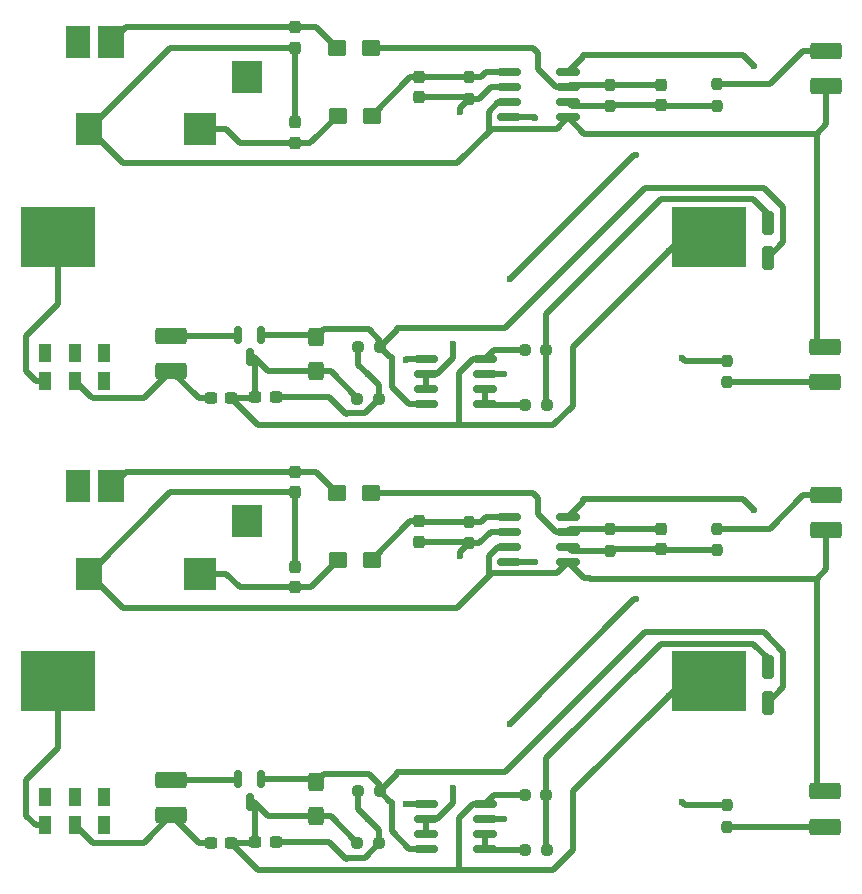
<source format=gbr>
%TF.GenerationSoftware,KiCad,Pcbnew,8.0.4*%
%TF.CreationDate,2024-08-24T22:44:35-07:00*%
%TF.ProjectId,SMDemfExplorerLEDvariationSingleCell_panelized,534d4465-6d66-4457-9870-6c6f7265724c,rev?*%
%TF.SameCoordinates,Original*%
%TF.FileFunction,Copper,L1,Top*%
%TF.FilePolarity,Positive*%
%FSLAX46Y46*%
G04 Gerber Fmt 4.6, Leading zero omitted, Abs format (unit mm)*
G04 Created by KiCad (PCBNEW 8.0.4) date 2024-08-24 22:44:35*
%MOMM*%
%LPD*%
G01*
G04 APERTURE LIST*
G04 Aperture macros list*
%AMRoundRect*
0 Rectangle with rounded corners*
0 $1 Rounding radius*
0 $2 $3 $4 $5 $6 $7 $8 $9 X,Y pos of 4 corners*
0 Add a 4 corners polygon primitive as box body*
4,1,4,$2,$3,$4,$5,$6,$7,$8,$9,$2,$3,0*
0 Add four circle primitives for the rounded corners*
1,1,$1+$1,$2,$3*
1,1,$1+$1,$4,$5*
1,1,$1+$1,$6,$7*
1,1,$1+$1,$8,$9*
0 Add four rect primitives between the rounded corners*
20,1,$1+$1,$2,$3,$4,$5,0*
20,1,$1+$1,$4,$5,$6,$7,0*
20,1,$1+$1,$6,$7,$8,$9,0*
20,1,$1+$1,$8,$9,$2,$3,0*%
G04 Aperture macros list end*
%TA.AperFunction,SMDPad,CuDef*%
%ADD10RoundRect,0.250000X-0.425000X0.537500X-0.425000X-0.537500X0.425000X-0.537500X0.425000X0.537500X0*%
%TD*%
%TA.AperFunction,SMDPad,CuDef*%
%ADD11RoundRect,0.237500X-0.250000X-0.237500X0.250000X-0.237500X0.250000X0.237500X-0.250000X0.237500X0*%
%TD*%
%TA.AperFunction,SMDPad,CuDef*%
%ADD12RoundRect,0.237500X0.237500X-0.300000X0.237500X0.300000X-0.237500X0.300000X-0.237500X-0.300000X0*%
%TD*%
%TA.AperFunction,SMDPad,CuDef*%
%ADD13RoundRect,0.237500X-0.300000X-0.237500X0.300000X-0.237500X0.300000X0.237500X-0.300000X0.237500X0*%
%TD*%
%TA.AperFunction,SMDPad,CuDef*%
%ADD14RoundRect,0.250001X-1.074999X0.462499X-1.074999X-0.462499X1.074999X-0.462499X1.074999X0.462499X0*%
%TD*%
%TA.AperFunction,SMDPad,CuDef*%
%ADD15RoundRect,0.250000X-0.537500X-0.425000X0.537500X-0.425000X0.537500X0.425000X-0.537500X0.425000X0*%
%TD*%
%TA.AperFunction,SMDPad,CuDef*%
%ADD16R,2.200000X2.800000*%
%TD*%
%TA.AperFunction,SMDPad,CuDef*%
%ADD17R,2.000000X2.800000*%
%TD*%
%TA.AperFunction,SMDPad,CuDef*%
%ADD18R,2.800000X2.800000*%
%TD*%
%TA.AperFunction,SMDPad,CuDef*%
%ADD19R,2.600000X2.800000*%
%TD*%
%TA.AperFunction,SMDPad,CuDef*%
%ADD20RoundRect,0.237500X-0.237500X0.300000X-0.237500X-0.300000X0.237500X-0.300000X0.237500X0.300000X0*%
%TD*%
%TA.AperFunction,SMDPad,CuDef*%
%ADD21RoundRect,0.150000X-0.150000X0.587500X-0.150000X-0.587500X0.150000X-0.587500X0.150000X0.587500X0*%
%TD*%
%TA.AperFunction,SMDPad,CuDef*%
%ADD22R,1.000000X1.600000*%
%TD*%
%TA.AperFunction,SMDPad,CuDef*%
%ADD23RoundRect,0.237500X0.250000X0.237500X-0.250000X0.237500X-0.250000X-0.237500X0.250000X-0.237500X0*%
%TD*%
%TA.AperFunction,SMDPad,CuDef*%
%ADD24RoundRect,0.237500X0.237500X-0.250000X0.237500X0.250000X-0.237500X0.250000X-0.237500X-0.250000X0*%
%TD*%
%TA.AperFunction,SMDPad,CuDef*%
%ADD25RoundRect,0.250001X1.074999X-0.462499X1.074999X0.462499X-1.074999X0.462499X-1.074999X-0.462499X0*%
%TD*%
%TA.AperFunction,SMDPad,CuDef*%
%ADD26RoundRect,0.237500X-0.237500X0.250000X-0.237500X-0.250000X0.237500X-0.250000X0.237500X0.250000X0*%
%TD*%
%TA.AperFunction,SMDPad,CuDef*%
%ADD27RoundRect,0.150000X0.825000X0.150000X-0.825000X0.150000X-0.825000X-0.150000X0.825000X-0.150000X0*%
%TD*%
%TA.AperFunction,SMDPad,CuDef*%
%ADD28RoundRect,0.250000X-0.250000X0.750000X-0.250000X-0.750000X0.250000X-0.750000X0.250000X0.750000X0*%
%TD*%
%TA.AperFunction,SMDPad,CuDef*%
%ADD29RoundRect,0.150000X-0.825000X-0.150000X0.825000X-0.150000X0.825000X0.150000X-0.825000X0.150000X0*%
%TD*%
%TA.AperFunction,SMDPad,CuDef*%
%ADD30R,6.350000X5.080000*%
%TD*%
%TA.AperFunction,SMDPad,CuDef*%
%ADD31RoundRect,0.237500X0.300000X0.237500X-0.300000X0.237500X-0.300000X-0.237500X0.300000X-0.237500X0*%
%TD*%
%TA.AperFunction,ViaPad*%
%ADD32C,0.600000*%
%TD*%
%TA.AperFunction,Conductor*%
%ADD33C,0.500000*%
%TD*%
G04 APERTURE END LIST*
D10*
%TO.P,C10,1*%
%TO.N,+1V5*%
X181300000Y-29824063D03*
%TO.P,C10,2*%
%TO.N,-1V5*%
X181300000Y-32699063D03*
%TD*%
D11*
%TO.P,R12,1*%
%TO.N,-1V5*%
X184775007Y-35049066D03*
%TO.P,R12,2*%
%TO.N,Net-(U3B-+)*%
X186599993Y-35049064D03*
%TD*%
D12*
%TO.P,C5,1*%
%TO.N,Net-(C1-Pad1)*%
X179450002Y-13349065D03*
%TO.P,C5,2*%
%TO.N,GND*%
X179450000Y-11624063D03*
%TD*%
D13*
%TO.P,C11,1*%
%TO.N,Net-(SW1B-B)*%
X172349992Y-34999075D03*
%TO.P,C11,2*%
%TO.N,-1V5*%
X174075000Y-34999063D03*
%TD*%
D14*
%TO.P,L2,1,1*%
%TO.N,GND*%
X224350000Y-30649063D03*
%TO.P,L2,2,2*%
%TO.N,Net-(L2-Pad2)*%
X224350008Y-33624075D03*
%TD*%
D15*
%TO.P,C1,1*%
%TO.N,Net-(C1-Pad1)*%
X183100000Y-11049063D03*
%TO.P,C1,2*%
%TO.N,Net-(C1-Pad2)*%
X185975000Y-11049063D03*
%TD*%
D16*
%TO.P,J2,R*%
%TO.N,Net-(C15-Pad1)*%
X163925486Y-4806089D03*
D17*
%TO.P,J2,RN*%
%TO.N,unconnected-(J2-PadRN)*%
X161125480Y-4806088D03*
D16*
%TO.P,J2,S*%
%TO.N,GND*%
X162025480Y-12206081D03*
D18*
%TO.P,J2,T*%
%TO.N,Net-(C1-Pad1)*%
X171425481Y-12206078D03*
D19*
%TO.P,J2,TN*%
%TO.N,unconnected-(J2-PadTN)*%
X175425481Y-7756087D03*
%TD*%
D20*
%TO.P,C15,1*%
%TO.N,Net-(C15-Pad1)*%
X179524992Y-3574061D03*
%TO.P,C15,2*%
%TO.N,GND*%
X179525000Y-5299063D03*
%TD*%
D21*
%TO.P,U4,1,VOUT*%
%TO.N,+1V5*%
X176599997Y-29624068D03*
%TO.P,U4,2,LX*%
%TO.N,Net-(U4-LX)*%
X174699996Y-29624062D03*
%TO.P,U4,3,GND*%
%TO.N,-1V5*%
X175650000Y-31499063D03*
%TD*%
D11*
%TO.P,R5,1*%
%TO.N,-1V5*%
X198950000Y-30924063D03*
%TO.P,R5,2*%
%TO.N,Net-(D2-K)*%
X200775000Y-30924063D03*
%TD*%
D22*
%TO.P,SW1,1*%
%TO.N,N/C*%
X158350000Y-31124063D03*
%TO.P,SW1,2*%
X160850000Y-31124063D03*
%TO.P,SW1,3*%
X163350000Y-31124063D03*
%TO.P,SW1,4,A*%
%TO.N,Net-(BT2-+)*%
X158350000Y-33524063D03*
%TO.P,SW1,5,B*%
%TO.N,Net-(SW1B-B)*%
X160850000Y-33524063D03*
%TO.P,SW1,6,C*%
%TO.N,unconnected-(SW1B-C-Pad6)*%
X163350000Y-33524063D03*
%TD*%
D23*
%TO.P,R16,1*%
%TO.N,Net-(D2-K)*%
X200804897Y-35579176D03*
%TO.P,R16,2*%
%TO.N,Net-(U3A--)*%
X198979895Y-35579178D03*
%TD*%
D24*
%TO.P,R8,1*%
%TO.N,Net-(U2A--)*%
X194200594Y-9622521D03*
%TO.P,R8,2*%
%TO.N,Net-(C1-Pad2)*%
X194200592Y-7797521D03*
%TD*%
D25*
%TO.P,L4,1,1*%
%TO.N,Net-(SW1B-B)*%
X169025004Y-32674065D03*
%TO.P,L4,2,2*%
%TO.N,Net-(U4-LX)*%
X169025000Y-29699063D03*
%TD*%
%TO.P,L1,1,1*%
%TO.N,GND*%
X224475000Y-8549063D03*
%TO.P,L1,2,2*%
%TO.N,Net-(L1-Pad2)*%
X224474996Y-5574061D03*
%TD*%
D20*
%TO.P,C7,1*%
%TO.N,Net-(C1-Pad2)*%
X190009754Y-7786069D03*
%TO.P,C7,2*%
%TO.N,Net-(U2A--)*%
X190009752Y-9511071D03*
%TD*%
D24*
%TO.P,R7,1*%
%TO.N,Net-(L2-Pad2)*%
X216050002Y-33636562D03*
%TO.P,R7,2*%
%TO.N,Net-(U2A--)*%
X216049998Y-31811564D03*
%TD*%
D11*
%TO.P,R11,1*%
%TO.N,Net-(U3B-+)*%
X184850000Y-30624063D03*
%TO.P,R11,2*%
%TO.N,+1V5*%
X186675000Y-30624063D03*
%TD*%
D20*
%TO.P,C8,1*%
%TO.N,Net-(U3A-+)*%
X210449992Y-8424061D03*
%TO.P,C8,2*%
%TO.N,Net-(U2B--)*%
X210450000Y-10149063D03*
%TD*%
D24*
%TO.P,R9,1*%
%TO.N,Net-(U2B--)*%
X206134752Y-10261071D03*
%TO.P,R9,2*%
%TO.N,Net-(U3A-+)*%
X206134746Y-8436073D03*
%TD*%
D26*
%TO.P,R10,1*%
%TO.N,Net-(L1-Pad2)*%
X215200000Y-8399063D03*
%TO.P,R10,2*%
%TO.N,Net-(U2B--)*%
X215200006Y-10224065D03*
%TD*%
D27*
%TO.P,U3,1*%
%TO.N,Net-(U3A--)*%
X195557801Y-35490795D03*
%TO.P,U3,2,-*%
X195557801Y-34220795D03*
%TO.P,U3,3,+*%
%TO.N,Net-(U3A-+)*%
X195557801Y-32950795D03*
%TO.P,U3,4,V-*%
%TO.N,-1V5*%
X195557801Y-31680795D03*
%TO.P,U3,5,+*%
%TO.N,Net-(U3B-+)*%
X190607801Y-31680795D03*
%TO.P,U3,6,-*%
%TO.N,GND*%
X190607801Y-32950795D03*
%TO.P,U3,7*%
X190607801Y-34220795D03*
%TO.P,U3,8,V+*%
%TO.N,+1V5*%
X190607801Y-35490795D03*
%TD*%
D28*
%TO.P,D2,1,K*%
%TO.N,Net-(D2-K)*%
X219499992Y-20124067D03*
%TO.P,D2,2,A*%
%TO.N,+1V5*%
X219500000Y-23124063D03*
%TD*%
D15*
%TO.P,C2,1*%
%TO.N,Net-(C15-Pad1)*%
X183025000Y-5349063D03*
%TO.P,C2,2*%
%TO.N,Net-(U3A-+)*%
X185900000Y-5349063D03*
%TD*%
D29*
%TO.P,U2,1*%
%TO.N,Net-(C1-Pad2)*%
X197630812Y-7389839D03*
%TO.P,U2,2,-*%
%TO.N,Net-(U2A--)*%
X197630812Y-8659839D03*
%TO.P,U2,3,+*%
%TO.N,GND*%
X197630812Y-9929839D03*
%TO.P,U2,4,V-*%
%TO.N,-1V5*%
X197630812Y-11199839D03*
%TO.P,U2,5,+*%
%TO.N,GND*%
X202580812Y-11199839D03*
%TO.P,U2,6,-*%
%TO.N,Net-(U2B--)*%
X202580812Y-9929839D03*
%TO.P,U2,7*%
%TO.N,Net-(U3A-+)*%
X202580812Y-8659839D03*
%TO.P,U2,8,V+*%
%TO.N,+1V5*%
X202580812Y-7389839D03*
%TD*%
D30*
%TO.P,BT2,1,+*%
%TO.N,Net-(BT2-+)*%
X159428303Y-21299065D03*
%TO.P,BT2,2,-*%
%TO.N,-1V5*%
X214571697Y-21299061D03*
%TD*%
D31*
%TO.P,C14,1*%
%TO.N,Net-(U3B-+)*%
X177850008Y-34899059D03*
%TO.P,C14,2*%
%TO.N,-1V5*%
X176125000Y-34899063D03*
%TD*%
%TO.P,C14,1*%
%TO.N,Net-(U3B-+)*%
X177850008Y-72524996D03*
%TO.P,C14,2*%
%TO.N,-1V5*%
X176125000Y-72525000D03*
%TD*%
D30*
%TO.P,BT2,1,+*%
%TO.N,Net-(BT2-+)*%
X159428303Y-58925002D03*
%TO.P,BT2,2,-*%
%TO.N,-1V5*%
X214571697Y-58924998D03*
%TD*%
D29*
%TO.P,U2,1*%
%TO.N,Net-(C1-Pad2)*%
X197630812Y-45015776D03*
%TO.P,U2,2,-*%
%TO.N,Net-(U2A--)*%
X197630812Y-46285776D03*
%TO.P,U2,3,+*%
%TO.N,GND*%
X197630812Y-47555776D03*
%TO.P,U2,4,V-*%
%TO.N,-1V5*%
X197630812Y-48825776D03*
%TO.P,U2,5,+*%
%TO.N,GND*%
X202580812Y-48825776D03*
%TO.P,U2,6,-*%
%TO.N,Net-(U2B--)*%
X202580812Y-47555776D03*
%TO.P,U2,7*%
%TO.N,Net-(U3A-+)*%
X202580812Y-46285776D03*
%TO.P,U2,8,V+*%
%TO.N,+1V5*%
X202580812Y-45015776D03*
%TD*%
D15*
%TO.P,C2,1*%
%TO.N,Net-(C15-Pad1)*%
X183025000Y-42975000D03*
%TO.P,C2,2*%
%TO.N,Net-(U3A-+)*%
X185900000Y-42975000D03*
%TD*%
D28*
%TO.P,D2,1,K*%
%TO.N,Net-(D2-K)*%
X219499992Y-57750004D03*
%TO.P,D2,2,A*%
%TO.N,+1V5*%
X219500000Y-60750000D03*
%TD*%
D27*
%TO.P,U3,1*%
%TO.N,Net-(U3A--)*%
X195557801Y-73116732D03*
%TO.P,U3,2,-*%
X195557801Y-71846732D03*
%TO.P,U3,3,+*%
%TO.N,Net-(U3A-+)*%
X195557801Y-70576732D03*
%TO.P,U3,4,V-*%
%TO.N,-1V5*%
X195557801Y-69306732D03*
%TO.P,U3,5,+*%
%TO.N,Net-(U3B-+)*%
X190607801Y-69306732D03*
%TO.P,U3,6,-*%
%TO.N,GND*%
X190607801Y-70576732D03*
%TO.P,U3,7*%
X190607801Y-71846732D03*
%TO.P,U3,8,V+*%
%TO.N,+1V5*%
X190607801Y-73116732D03*
%TD*%
D26*
%TO.P,R10,1*%
%TO.N,Net-(L1-Pad2)*%
X215200000Y-46025000D03*
%TO.P,R10,2*%
%TO.N,Net-(U2B--)*%
X215200006Y-47850002D03*
%TD*%
D24*
%TO.P,R9,1*%
%TO.N,Net-(U2B--)*%
X206134752Y-47887008D03*
%TO.P,R9,2*%
%TO.N,Net-(U3A-+)*%
X206134746Y-46062010D03*
%TD*%
D20*
%TO.P,C8,1*%
%TO.N,Net-(U3A-+)*%
X210449992Y-46049998D03*
%TO.P,C8,2*%
%TO.N,Net-(U2B--)*%
X210450000Y-47775000D03*
%TD*%
D11*
%TO.P,R11,1*%
%TO.N,Net-(U3B-+)*%
X184850000Y-68250000D03*
%TO.P,R11,2*%
%TO.N,+1V5*%
X186675000Y-68250000D03*
%TD*%
D24*
%TO.P,R7,1*%
%TO.N,Net-(L2-Pad2)*%
X216050002Y-71262499D03*
%TO.P,R7,2*%
%TO.N,Net-(U2A--)*%
X216049998Y-69437501D03*
%TD*%
D20*
%TO.P,C7,1*%
%TO.N,Net-(C1-Pad2)*%
X190009754Y-45412006D03*
%TO.P,C7,2*%
%TO.N,Net-(U2A--)*%
X190009752Y-47137008D03*
%TD*%
D25*
%TO.P,L1,1,1*%
%TO.N,GND*%
X224475000Y-46175000D03*
%TO.P,L1,2,2*%
%TO.N,Net-(L1-Pad2)*%
X224474996Y-43199998D03*
%TD*%
%TO.P,L4,1,1*%
%TO.N,Net-(SW1B-B)*%
X169025004Y-70300002D03*
%TO.P,L4,2,2*%
%TO.N,Net-(U4-LX)*%
X169025000Y-67325000D03*
%TD*%
D24*
%TO.P,R8,1*%
%TO.N,Net-(U2A--)*%
X194200594Y-47248458D03*
%TO.P,R8,2*%
%TO.N,Net-(C1-Pad2)*%
X194200592Y-45423458D03*
%TD*%
D23*
%TO.P,R16,1*%
%TO.N,Net-(D2-K)*%
X200804897Y-73205113D03*
%TO.P,R16,2*%
%TO.N,Net-(U3A--)*%
X198979895Y-73205115D03*
%TD*%
D22*
%TO.P,SW1,1*%
%TO.N,N/C*%
X158350000Y-68750000D03*
%TO.P,SW1,2*%
X160850000Y-68750000D03*
%TO.P,SW1,3*%
X163350000Y-68750000D03*
%TO.P,SW1,4,A*%
%TO.N,Net-(BT2-+)*%
X158350000Y-71150000D03*
%TO.P,SW1,5,B*%
%TO.N,Net-(SW1B-B)*%
X160850000Y-71150000D03*
%TO.P,SW1,6,C*%
%TO.N,unconnected-(SW1B-C-Pad6)*%
X163350000Y-71150000D03*
%TD*%
D11*
%TO.P,R5,1*%
%TO.N,-1V5*%
X198950000Y-68550000D03*
%TO.P,R5,2*%
%TO.N,Net-(D2-K)*%
X200775000Y-68550000D03*
%TD*%
D21*
%TO.P,U4,1,VOUT*%
%TO.N,+1V5*%
X176599997Y-67250005D03*
%TO.P,U4,2,LX*%
%TO.N,Net-(U4-LX)*%
X174699996Y-67249999D03*
%TO.P,U4,3,GND*%
%TO.N,-1V5*%
X175650000Y-69125000D03*
%TD*%
D20*
%TO.P,C15,1*%
%TO.N,Net-(C15-Pad1)*%
X179524992Y-41199998D03*
%TO.P,C15,2*%
%TO.N,GND*%
X179525000Y-42925000D03*
%TD*%
D16*
%TO.P,J2,R*%
%TO.N,Net-(C15-Pad1)*%
X163925486Y-42432026D03*
D17*
%TO.P,J2,RN*%
%TO.N,unconnected-(J2-PadRN)*%
X161125480Y-42432025D03*
D16*
%TO.P,J2,S*%
%TO.N,GND*%
X162025480Y-49832018D03*
D18*
%TO.P,J2,T*%
%TO.N,Net-(C1-Pad1)*%
X171425481Y-49832015D03*
D19*
%TO.P,J2,TN*%
%TO.N,unconnected-(J2-PadTN)*%
X175425481Y-45382024D03*
%TD*%
D15*
%TO.P,C1,1*%
%TO.N,Net-(C1-Pad1)*%
X183100000Y-48675000D03*
%TO.P,C1,2*%
%TO.N,Net-(C1-Pad2)*%
X185975000Y-48675000D03*
%TD*%
D14*
%TO.P,L2,1,1*%
%TO.N,GND*%
X224350000Y-68275000D03*
%TO.P,L2,2,2*%
%TO.N,Net-(L2-Pad2)*%
X224350008Y-71250012D03*
%TD*%
D13*
%TO.P,C11,1*%
%TO.N,Net-(SW1B-B)*%
X172349992Y-72625012D03*
%TO.P,C11,2*%
%TO.N,-1V5*%
X174075000Y-72625000D03*
%TD*%
D12*
%TO.P,C5,1*%
%TO.N,Net-(C1-Pad1)*%
X179450002Y-50975002D03*
%TO.P,C5,2*%
%TO.N,GND*%
X179450000Y-49250000D03*
%TD*%
D11*
%TO.P,R12,1*%
%TO.N,-1V5*%
X184775007Y-72675003D03*
%TO.P,R12,2*%
%TO.N,Net-(U3B-+)*%
X186599993Y-72675001D03*
%TD*%
D10*
%TO.P,C10,1*%
%TO.N,+1V5*%
X181300000Y-67450000D03*
%TO.P,C10,2*%
%TO.N,-1V5*%
X181300000Y-70325000D03*
%TD*%
D32*
%TO.N,Net-(U3B-+)*%
X185637500Y-32936563D03*
X188875000Y-31724063D03*
%TO.N,Net-(U2A--)*%
X212275000Y-31549063D03*
X193450000Y-10749063D03*
%TO.N,GND*%
X187775000Y-15074063D03*
X192875000Y-30349063D03*
%TO.N,+1V5*%
X218325000Y-6849063D03*
X218325000Y-17149063D03*
%TO.N,Net-(U3A-+)*%
X197200000Y-32949063D03*
X208350000Y-14374063D03*
X208375000Y-8424061D03*
X197675000Y-24899063D03*
%TO.N,-1V5*%
X199800000Y-11224063D03*
X211125000Y-22524063D03*
X211125000Y-60150000D03*
X199800000Y-48850000D03*
%TO.N,Net-(U3A-+)*%
X197675000Y-62525000D03*
X208375000Y-46049998D03*
X208350000Y-52000000D03*
X197200000Y-70575000D03*
%TO.N,+1V5*%
X218325000Y-54775000D03*
X218325000Y-44475000D03*
%TO.N,GND*%
X192875000Y-67975000D03*
X187775000Y-52700000D03*
%TO.N,Net-(U2A--)*%
X193450000Y-48375000D03*
X212275000Y-69175000D03*
%TO.N,Net-(U3B-+)*%
X188875000Y-69350000D03*
X185637500Y-70562500D03*
%TD*%
D33*
%TO.N,Net-(U3A--)*%
X195646189Y-35579178D02*
X195557808Y-35490797D01*
X198979895Y-35579178D02*
X195646189Y-35579178D01*
X195557800Y-35490789D02*
X195557808Y-35490797D01*
X195557800Y-34220787D02*
X195557800Y-35490789D01*
%TO.N,Net-(U4-LX)*%
X169025000Y-29699063D02*
X174624995Y-29699063D01*
X174624995Y-29699063D02*
X174699996Y-29624062D01*
%TO.N,Net-(L2-Pad2)*%
X223587521Y-33636562D02*
X223700008Y-33524075D01*
X216050002Y-33636562D02*
X223587521Y-33636562D01*
%TO.N,Net-(L1-Pad2)*%
X222500002Y-5574061D02*
X219675000Y-8399063D01*
X219675000Y-8399063D02*
X215200000Y-8399063D01*
X224474996Y-5574061D02*
X222500002Y-5574061D01*
%TO.N,Net-(D2-K)*%
X200775000Y-30924063D02*
X200775000Y-35549279D01*
X200775000Y-35549279D02*
X200804897Y-35579176D01*
%TO.N,Net-(U3B-+)*%
X184850000Y-30624063D02*
X184850000Y-32149063D01*
X185399994Y-36249063D02*
X186599993Y-35049064D01*
X185637500Y-32936563D02*
X186599993Y-33899056D01*
X184850000Y-32149063D02*
X185637500Y-32936563D01*
X190607794Y-31680793D02*
X188918270Y-31680793D01*
X177850008Y-34899059D02*
X182399996Y-34899059D01*
X183850000Y-36349063D02*
X183950000Y-36249063D01*
X188918270Y-31680793D02*
X188875000Y-31724063D01*
X186599993Y-33899056D02*
X186599993Y-35049064D01*
X183950000Y-36249063D02*
X185399994Y-36249063D01*
X182399996Y-34899059D02*
X183850000Y-36349063D01*
%TO.N,Net-(SW1B-B)*%
X171350014Y-34999075D02*
X169025004Y-32674065D01*
X160850000Y-33524063D02*
X162100000Y-34774063D01*
X162100000Y-34774063D02*
X162125000Y-34774063D01*
X162125000Y-34774063D02*
X162350000Y-34999063D01*
X162350000Y-34999063D02*
X166700006Y-34999063D01*
X172349992Y-34999075D02*
X171350014Y-34999075D01*
X166700006Y-34999063D02*
X169025004Y-32674065D01*
%TO.N,Net-(U2B--)*%
X206246760Y-10149063D02*
X206134752Y-10261071D01*
X215200006Y-10224065D02*
X210525002Y-10224065D01*
X210450000Y-10149063D02*
X206246760Y-10149063D01*
X202912048Y-10261071D02*
X202580812Y-9929835D01*
X206134752Y-10261071D02*
X202912048Y-10261071D01*
X210525002Y-10224065D02*
X210450000Y-10149063D01*
%TO.N,Net-(U2A--)*%
X193450000Y-10749063D02*
X193450000Y-10373115D01*
X212537501Y-31811564D02*
X212275000Y-31549063D01*
X194089144Y-9511071D02*
X194200594Y-9622521D01*
X196064224Y-8659839D02*
X197630812Y-8659839D01*
X212275000Y-31599063D02*
X212275000Y-31549063D01*
X193450000Y-10373115D02*
X194200594Y-9622521D01*
X190009752Y-9511071D02*
X194089144Y-9511071D01*
X194200594Y-9622521D02*
X195101542Y-9622521D01*
X216049998Y-31811564D02*
X212537501Y-31811564D01*
X195101542Y-9622521D02*
X196064224Y-8659839D01*
%TO.N,GND*%
X193225000Y-15074063D02*
X196150000Y-12149063D01*
X162025480Y-12206081D02*
X168932498Y-5299063D01*
X192900000Y-31599063D02*
X192900000Y-30374063D01*
X192900000Y-30374063D02*
X192875000Y-30349063D01*
X190607797Y-34220785D02*
X190607797Y-32950808D01*
X179450000Y-11624063D02*
X179450000Y-5374063D01*
X223700000Y-12674063D02*
X223650000Y-12624063D01*
X224475000Y-8549063D02*
X224475000Y-11799063D01*
X202580817Y-11199837D02*
X201631591Y-12149063D01*
X204425000Y-12599063D02*
X204450000Y-12624063D01*
X204450000Y-12624063D02*
X223650000Y-12624063D01*
X223700000Y-30549063D02*
X223700000Y-12674063D01*
X190607801Y-32950795D02*
X191548268Y-32950795D01*
X196655807Y-9929830D02*
X197630806Y-9929830D01*
X202580817Y-11199837D02*
X203980043Y-12599063D01*
X191548268Y-32950795D02*
X192900000Y-31599063D01*
X162025480Y-12206081D02*
X164893462Y-15074063D01*
X187775000Y-15074063D02*
X193225000Y-15074063D01*
X203980043Y-12599063D02*
X204425000Y-12599063D01*
X179450000Y-5374063D02*
X179525000Y-5299063D01*
X195875000Y-12149063D02*
X195875000Y-10710637D01*
X190607797Y-32950808D02*
X190607802Y-32950803D01*
X195875000Y-10710637D02*
X196655807Y-9929830D01*
X224475000Y-11799063D02*
X223650000Y-12624063D01*
X201631591Y-12149063D02*
X196150000Y-12149063D01*
X196150000Y-12149063D02*
X195875000Y-12149063D01*
X168932498Y-5299063D02*
X179525000Y-5299063D01*
X164893462Y-15074063D02*
X187775000Y-15074063D01*
%TO.N,+1V5*%
X220850000Y-18799063D02*
X220850000Y-21774063D01*
X190607807Y-35490796D02*
X189141733Y-35490796D01*
X187675000Y-34024063D02*
X187675000Y-31499063D01*
X220850000Y-21774063D02*
X219500000Y-23124063D01*
X209125000Y-17149063D02*
X197250000Y-29024063D01*
X217400000Y-5924063D02*
X218325000Y-6849063D01*
X189141733Y-35490796D02*
X187675000Y-34024063D01*
X203850000Y-5924063D02*
X217400000Y-5924063D01*
X188100000Y-29024063D02*
X188100000Y-29199063D01*
X188100000Y-29199063D02*
X186675000Y-30624063D01*
X197250000Y-29024063D02*
X188100000Y-29024063D01*
X176599997Y-29624068D02*
X181100005Y-29624068D01*
X218325000Y-17149063D02*
X209125000Y-17149063D01*
X218325000Y-17149063D02*
X219200000Y-17149063D01*
X219200000Y-17149063D02*
X220850000Y-18799063D01*
X203850000Y-6120651D02*
X203850000Y-5924063D01*
X187550000Y-31499063D02*
X186675000Y-30624063D01*
X186675000Y-30624063D02*
X186675000Y-30099063D01*
X202580812Y-7389839D02*
X203850000Y-6120651D01*
X186675000Y-30099063D02*
X185725000Y-29149063D01*
X185725000Y-29149063D02*
X181975000Y-29149063D01*
X187675000Y-31499063D02*
X187550000Y-31499063D01*
X181100005Y-29624068D02*
X181300000Y-29824063D01*
X181975000Y-29149063D02*
X181300000Y-29824063D01*
%TO.N,Net-(U3A-+)*%
X206146758Y-8424061D02*
X206134746Y-8436073D01*
X210449992Y-8424061D02*
X208375000Y-8424061D01*
X200075000Y-7129026D02*
X200075000Y-5774063D01*
X201605813Y-8659839D02*
X200075000Y-7129026D01*
X197675000Y-24899063D02*
X208200000Y-14374063D01*
X202804593Y-8436073D02*
X202580818Y-8659848D01*
X202580812Y-8659839D02*
X201605813Y-8659839D01*
X208200000Y-14374063D02*
X208350000Y-14374063D01*
X199650000Y-5349063D02*
X185900000Y-5349063D01*
X208375000Y-8424061D02*
X206146758Y-8424061D01*
X197198268Y-32950795D02*
X197200000Y-32949063D01*
X200075000Y-5774063D02*
X199650000Y-5349063D01*
X195557801Y-32950795D02*
X197198268Y-32950795D01*
X206134746Y-8436073D02*
X202804593Y-8436073D01*
%TO.N,Net-(C15-Pad1)*%
X179524992Y-3574061D02*
X181249998Y-3574061D01*
X165157514Y-3574061D02*
X179524992Y-3574061D01*
X181249998Y-3574061D02*
X183025000Y-5349063D01*
X163925486Y-4806089D02*
X165157514Y-3574061D01*
%TO.N,Net-(C1-Pad2)*%
X194200592Y-7797521D02*
X190021206Y-7797521D01*
X195251542Y-7797521D02*
X195659224Y-7389839D01*
X189237994Y-7786069D02*
X190009754Y-7786069D01*
X190021206Y-7797521D02*
X190009754Y-7786069D01*
X185975000Y-11049063D02*
X189237994Y-7786069D01*
X195659224Y-7389839D02*
X197630812Y-7389839D01*
X194200592Y-7797521D02*
X195251542Y-7797521D01*
%TO.N,Net-(C1-Pad1)*%
X180850000Y-13299063D02*
X180775000Y-13299063D01*
X183100000Y-11049063D02*
X180850000Y-13299063D01*
X179450002Y-13349065D02*
X174800002Y-13349065D01*
X174800002Y-13349065D02*
X173657015Y-12206078D01*
X180724998Y-13349065D02*
X179450002Y-13349065D01*
X173657015Y-12206078D02*
X171425481Y-12206078D01*
X180775000Y-13299063D02*
X180724998Y-13349065D01*
%TO.N,Net-(BT2-+)*%
X159441623Y-26982440D02*
X156725000Y-29699063D01*
X157550000Y-33524063D02*
X158350000Y-33524063D01*
X156725000Y-29699063D02*
X156725000Y-32699063D01*
X156725000Y-32699063D02*
X157550000Y-33524063D01*
X159441623Y-21618395D02*
X159441623Y-26982440D01*
%TO.N,-1V5*%
X175650000Y-31499063D02*
X176025000Y-31499063D01*
X176025000Y-34999063D02*
X176125000Y-34899063D01*
X193400000Y-37274063D02*
X192925000Y-37274063D01*
X201375000Y-37274063D02*
X192925000Y-37274063D01*
X192925000Y-37274063D02*
X176350000Y-37274063D01*
X177225000Y-32699063D02*
X181300000Y-32699063D01*
X176125000Y-31974063D02*
X175650000Y-31499063D01*
X197630812Y-11199839D02*
X199775776Y-11199839D01*
X176025000Y-31499063D02*
X177225000Y-32699063D01*
X212030672Y-21618391D02*
X211125000Y-22524063D01*
X203050000Y-30599063D02*
X203050000Y-35599063D01*
X176125000Y-34899063D02*
X176125000Y-31974063D01*
X176350000Y-37274063D02*
X174075000Y-34999063D01*
X198950000Y-30924063D02*
X196314526Y-30924063D01*
X194582802Y-31680795D02*
X193400000Y-32863597D01*
X199775776Y-11199839D02*
X199800000Y-11224063D01*
X214585017Y-21618391D02*
X212030672Y-21618391D01*
X184775007Y-34974070D02*
X182500000Y-32699063D01*
X203050000Y-35599063D02*
X201375000Y-37274063D01*
X184775007Y-35049066D02*
X184775007Y-34974070D01*
X174075000Y-34999063D02*
X176025000Y-34999063D01*
X193400000Y-32863597D02*
X193400000Y-37274063D01*
X182500000Y-32699063D02*
X181300000Y-32699063D01*
X211125000Y-22524063D02*
X203050000Y-30599063D01*
X184850000Y-34974070D02*
X184775003Y-35049067D01*
X195557801Y-31680795D02*
X194582802Y-31680795D01*
X184624995Y-34899059D02*
X184775003Y-35049067D01*
X196314526Y-30924063D02*
X195557795Y-31680794D01*
%TO.N,Net-(D2-K)*%
X219499992Y-19349055D02*
X219499992Y-20124067D01*
X218300000Y-18149063D02*
X219499992Y-19349055D01*
X210475000Y-18149063D02*
X218300000Y-18149063D01*
X200775000Y-27849063D02*
X210475000Y-18149063D01*
X200775000Y-30924063D02*
X200775000Y-27849063D01*
X200775000Y-68550000D02*
X200775000Y-65475000D01*
X200775000Y-65475000D02*
X210475000Y-55775000D01*
X210475000Y-55775000D02*
X218300000Y-55775000D01*
X218300000Y-55775000D02*
X219499992Y-56974992D01*
X219499992Y-56974992D02*
X219499992Y-57750004D01*
%TO.N,-1V5*%
X196314526Y-68550000D02*
X195557795Y-69306731D01*
X184624995Y-72524996D02*
X184775003Y-72675004D01*
X195557801Y-69306732D02*
X194582802Y-69306732D01*
X184850000Y-72600007D02*
X184775003Y-72675004D01*
X211125000Y-60150000D02*
X203050000Y-68225000D01*
X182500000Y-70325000D02*
X181300000Y-70325000D01*
X193400000Y-70489534D02*
X193400000Y-74900000D01*
X174075000Y-72625000D02*
X176025000Y-72625000D01*
X184775007Y-72675003D02*
X184775007Y-72600007D01*
X203050000Y-73225000D02*
X201375000Y-74900000D01*
X184775007Y-72600007D02*
X182500000Y-70325000D01*
X214585017Y-59244328D02*
X212030672Y-59244328D01*
X199775776Y-48825776D02*
X199800000Y-48850000D01*
X194582802Y-69306732D02*
X193400000Y-70489534D01*
X198950000Y-68550000D02*
X196314526Y-68550000D01*
X176350000Y-74900000D02*
X174075000Y-72625000D01*
X176125000Y-72525000D02*
X176125000Y-69600000D01*
X203050000Y-68225000D02*
X203050000Y-73225000D01*
X212030672Y-59244328D02*
X211125000Y-60150000D01*
X176025000Y-69125000D02*
X177225000Y-70325000D01*
X197630812Y-48825776D02*
X199775776Y-48825776D01*
X176125000Y-69600000D02*
X175650000Y-69125000D01*
X177225000Y-70325000D02*
X181300000Y-70325000D01*
X192925000Y-74900000D02*
X176350000Y-74900000D01*
X201375000Y-74900000D02*
X192925000Y-74900000D01*
X193400000Y-74900000D02*
X192925000Y-74900000D01*
X176025000Y-72625000D02*
X176125000Y-72525000D01*
X175650000Y-69125000D02*
X176025000Y-69125000D01*
%TO.N,Net-(BT2-+)*%
X159441623Y-59244332D02*
X159441623Y-64608377D01*
X156725000Y-70325000D02*
X157550000Y-71150000D01*
X156725000Y-67325000D02*
X156725000Y-70325000D01*
X157550000Y-71150000D02*
X158350000Y-71150000D01*
X159441623Y-64608377D02*
X156725000Y-67325000D01*
%TO.N,Net-(C1-Pad1)*%
X180775000Y-50925000D02*
X180724998Y-50975002D01*
X173657015Y-49832015D02*
X171425481Y-49832015D01*
X180724998Y-50975002D02*
X179450002Y-50975002D01*
X174800002Y-50975002D02*
X173657015Y-49832015D01*
X179450002Y-50975002D02*
X174800002Y-50975002D01*
X183100000Y-48675000D02*
X180850000Y-50925000D01*
X180850000Y-50925000D02*
X180775000Y-50925000D01*
%TO.N,Net-(C1-Pad2)*%
X194200592Y-45423458D02*
X195251542Y-45423458D01*
X195659224Y-45015776D02*
X197630812Y-45015776D01*
X185975000Y-48675000D02*
X189237994Y-45412006D01*
X190021206Y-45423458D02*
X190009754Y-45412006D01*
X189237994Y-45412006D02*
X190009754Y-45412006D01*
X195251542Y-45423458D02*
X195659224Y-45015776D01*
X194200592Y-45423458D02*
X190021206Y-45423458D01*
%TO.N,Net-(C15-Pad1)*%
X163925486Y-42432026D02*
X165157514Y-41199998D01*
X181249998Y-41199998D02*
X183025000Y-42975000D01*
X165157514Y-41199998D02*
X179524992Y-41199998D01*
X179524992Y-41199998D02*
X181249998Y-41199998D01*
%TO.N,Net-(U3A-+)*%
X206134746Y-46062010D02*
X202804593Y-46062010D01*
X195557801Y-70576732D02*
X197198268Y-70576732D01*
X200075000Y-43400000D02*
X199650000Y-42975000D01*
X197198268Y-70576732D02*
X197200000Y-70575000D01*
X208375000Y-46049998D02*
X206146758Y-46049998D01*
X199650000Y-42975000D02*
X185900000Y-42975000D01*
X208200000Y-52000000D02*
X208350000Y-52000000D01*
X202580812Y-46285776D02*
X201605813Y-46285776D01*
X202804593Y-46062010D02*
X202580818Y-46285785D01*
X197675000Y-62525000D02*
X208200000Y-52000000D01*
X201605813Y-46285776D02*
X200075000Y-44754963D01*
X200075000Y-44754963D02*
X200075000Y-43400000D01*
X210449992Y-46049998D02*
X208375000Y-46049998D01*
X206146758Y-46049998D02*
X206134746Y-46062010D01*
%TO.N,+1V5*%
X181975000Y-66775000D02*
X181300000Y-67450000D01*
X181100005Y-67250005D02*
X181300000Y-67450000D01*
X187675000Y-69125000D02*
X187550000Y-69125000D01*
X185725000Y-66775000D02*
X181975000Y-66775000D01*
X186675000Y-67725000D02*
X185725000Y-66775000D01*
X202580812Y-45015776D02*
X203850000Y-43746588D01*
X186675000Y-68250000D02*
X186675000Y-67725000D01*
X187550000Y-69125000D02*
X186675000Y-68250000D01*
X203850000Y-43746588D02*
X203850000Y-43550000D01*
X219200000Y-54775000D02*
X220850000Y-56425000D01*
X218325000Y-54775000D02*
X219200000Y-54775000D01*
X218325000Y-54775000D02*
X209125000Y-54775000D01*
X176599997Y-67250005D02*
X181100005Y-67250005D01*
X197250000Y-66650000D02*
X188100000Y-66650000D01*
X188100000Y-66825000D02*
X186675000Y-68250000D01*
X188100000Y-66650000D02*
X188100000Y-66825000D01*
X203850000Y-43550000D02*
X217400000Y-43550000D01*
X189141733Y-73116733D02*
X187675000Y-71650000D01*
X217400000Y-43550000D02*
X218325000Y-44475000D01*
X209125000Y-54775000D02*
X197250000Y-66650000D01*
X220850000Y-59400000D02*
X219500000Y-60750000D01*
X187675000Y-71650000D02*
X187675000Y-69125000D01*
X190607807Y-73116733D02*
X189141733Y-73116733D01*
X220850000Y-56425000D02*
X220850000Y-59400000D01*
%TO.N,GND*%
X164893462Y-52700000D02*
X187775000Y-52700000D01*
X168932498Y-42925000D02*
X179525000Y-42925000D01*
X196150000Y-49775000D02*
X195875000Y-49775000D01*
X201631591Y-49775000D02*
X196150000Y-49775000D01*
X224475000Y-49425000D02*
X223650000Y-50250000D01*
X195875000Y-48336574D02*
X196655807Y-47555767D01*
X190607797Y-70576745D02*
X190607802Y-70576740D01*
X195875000Y-49775000D02*
X195875000Y-48336574D01*
X179450000Y-43000000D02*
X179525000Y-42925000D01*
X203980043Y-50225000D02*
X204425000Y-50225000D01*
X187775000Y-52700000D02*
X193225000Y-52700000D01*
X162025480Y-49832018D02*
X164893462Y-52700000D01*
X191548268Y-70576732D02*
X192900000Y-69225000D01*
X202580817Y-48825774D02*
X203980043Y-50225000D01*
X196655807Y-47555767D02*
X197630806Y-47555767D01*
X190607801Y-70576732D02*
X191548268Y-70576732D01*
X223700000Y-68175000D02*
X223700000Y-50300000D01*
X204450000Y-50250000D02*
X223650000Y-50250000D01*
X204425000Y-50225000D02*
X204450000Y-50250000D01*
X202580817Y-48825774D02*
X201631591Y-49775000D01*
X224475000Y-46175000D02*
X224475000Y-49425000D01*
X223700000Y-50300000D02*
X223650000Y-50250000D01*
X179450000Y-49250000D02*
X179450000Y-43000000D01*
X190607797Y-71846722D02*
X190607797Y-70576745D01*
X192900000Y-68000000D02*
X192875000Y-67975000D01*
X192900000Y-69225000D02*
X192900000Y-68000000D01*
X162025480Y-49832018D02*
X168932498Y-42925000D01*
X193225000Y-52700000D02*
X196150000Y-49775000D01*
%TO.N,Net-(U2A--)*%
X195101542Y-47248458D02*
X196064224Y-46285776D01*
X216049998Y-69437501D02*
X212537501Y-69437501D01*
X194200594Y-47248458D02*
X195101542Y-47248458D01*
X190009752Y-47137008D02*
X194089144Y-47137008D01*
X193450000Y-47999052D02*
X194200594Y-47248458D01*
X212275000Y-69225000D02*
X212275000Y-69175000D01*
X196064224Y-46285776D02*
X197630812Y-46285776D01*
X194089144Y-47137008D02*
X194200594Y-47248458D01*
X212537501Y-69437501D02*
X212275000Y-69175000D01*
X193450000Y-48375000D02*
X193450000Y-47999052D01*
%TO.N,Net-(U2B--)*%
X210525002Y-47850002D02*
X210450000Y-47775000D01*
X206134752Y-47887008D02*
X202912048Y-47887008D01*
X202912048Y-47887008D02*
X202580812Y-47555772D01*
X210450000Y-47775000D02*
X206246760Y-47775000D01*
X215200006Y-47850002D02*
X210525002Y-47850002D01*
X206246760Y-47775000D02*
X206134752Y-47887008D01*
%TO.N,Net-(SW1B-B)*%
X166700006Y-72625000D02*
X169025004Y-70300002D01*
X172349992Y-72625012D02*
X171350014Y-72625012D01*
X162350000Y-72625000D02*
X166700006Y-72625000D01*
X162125000Y-72400000D02*
X162350000Y-72625000D01*
X162100000Y-72400000D02*
X162125000Y-72400000D01*
X160850000Y-71150000D02*
X162100000Y-72400000D01*
X171350014Y-72625012D02*
X169025004Y-70300002D01*
%TO.N,Net-(U3B-+)*%
X182399996Y-72524996D02*
X183850000Y-73975000D01*
X183950000Y-73875000D02*
X185399994Y-73875000D01*
X186599993Y-71524993D02*
X186599993Y-72675001D01*
X188918270Y-69306730D02*
X188875000Y-69350000D01*
X183850000Y-73975000D02*
X183950000Y-73875000D01*
X177850008Y-72524996D02*
X182399996Y-72524996D01*
X190607794Y-69306730D02*
X188918270Y-69306730D01*
X184850000Y-69775000D02*
X185637500Y-70562500D01*
X185637500Y-70562500D02*
X186599993Y-71524993D01*
X185399994Y-73875000D02*
X186599993Y-72675001D01*
X184850000Y-68250000D02*
X184850000Y-69775000D01*
%TO.N,Net-(D2-K)*%
X200775000Y-73175216D02*
X200804897Y-73205113D01*
X200775000Y-68550000D02*
X200775000Y-73175216D01*
%TO.N,Net-(L1-Pad2)*%
X224474996Y-43199998D02*
X222500002Y-43199998D01*
X219675000Y-46025000D02*
X215200000Y-46025000D01*
X222500002Y-43199998D02*
X219675000Y-46025000D01*
%TO.N,Net-(L2-Pad2)*%
X216050002Y-71262499D02*
X223587521Y-71262499D01*
X223587521Y-71262499D02*
X223700008Y-71150012D01*
%TO.N,Net-(U4-LX)*%
X174624995Y-67325000D02*
X174699996Y-67249999D01*
X169025000Y-67325000D02*
X174624995Y-67325000D01*
%TO.N,Net-(U3A--)*%
X195557800Y-71846724D02*
X195557800Y-73116726D01*
X195557800Y-73116726D02*
X195557808Y-73116734D01*
X198979895Y-73205115D02*
X195646189Y-73205115D01*
X195646189Y-73205115D02*
X195557808Y-73116734D01*
%TD*%
M02*

</source>
